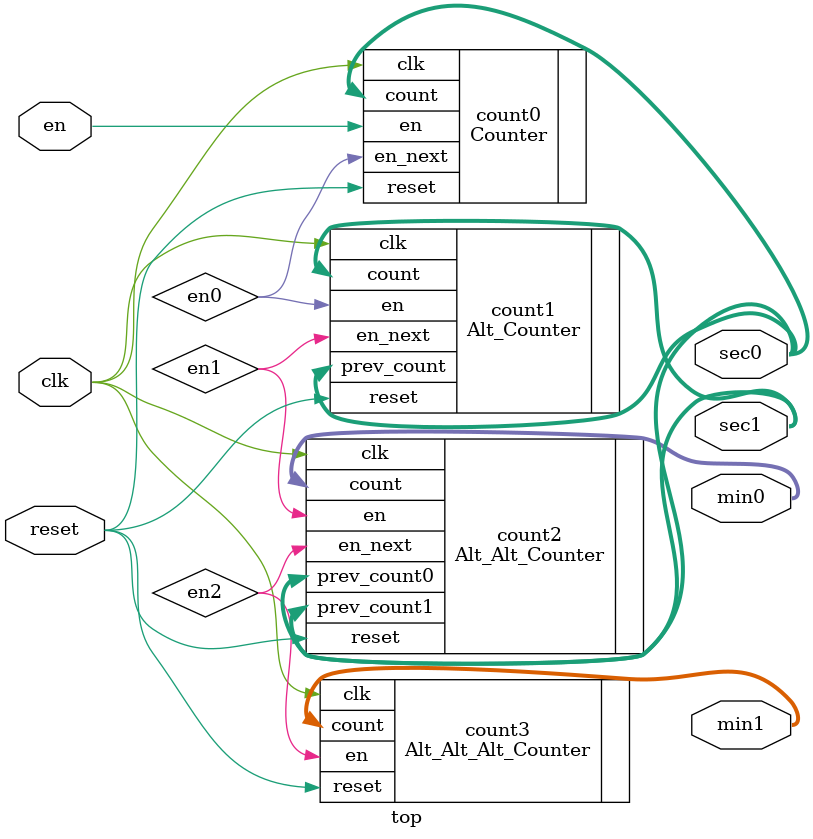
<source format=v>
`timescale 1ns / 1ps



module top(
        input clk,
        input reset,
        input en,
        output [31:0] sec0 ,sec1 , min0 , min1
    );
    
    
    wire en0 , en1 , en2;
    
    Counter count0
    (
        .clk(clk),
        .reset(reset),
        .en(en),
        .en_next(en0),
        .count(sec0)
    );
    
    Alt_Counter count1
    (
        .clk(clk),
        .prev_count(sec0),
        .reset(reset),
        .en(en0),
        .en_next(en1),
        .count(sec1)
    );
    
    Alt_Alt_Counter count2
    (
        .clk(clk),
        .prev_count0(sec1),
        .prev_count1(sec0),
        .reset(reset),
        .en(en1),
        .en_next(en2),
        .count(min0)
    );
    
    
    Alt_Alt_Alt_Counter count3
    (
        .clk(clk),
        .reset(reset),
        .en(en2),
        .count(min1)
    );
    
    
    
endmodule

</source>
